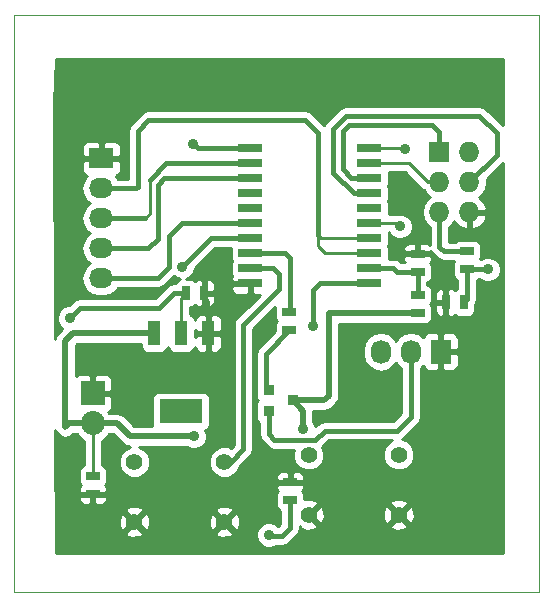
<source format=gbr>
%FSLAX46Y46*%
G04 Gerber Fmt 4.6, Leading zero omitted, Abs format (unit mm)*
G04 Created by KiCad (PCBNEW (2014-07-24 BZR 5026)-product) date 7/26/2014 10:42:35 PM*
%MOMM*%
G01*
G04 APERTURE LIST*
%ADD10C,0.100000*%
%ADD11R,1.143000X0.635000*%
%ADD12R,0.635000X1.143000*%
%ADD13R,2.032000X0.660400*%
%ADD14R,1.727200X2.032000*%
%ADD15O,1.727200X2.032000*%
%ADD16R,2.032000X2.032000*%
%ADD17O,2.032000X2.032000*%
%ADD18R,2.032000X1.727200*%
%ADD19O,2.032000X1.727200*%
%ADD20R,1.727200X1.727200*%
%ADD21O,1.727200X1.727200*%
%ADD22R,0.914400X0.914400*%
%ADD23R,3.657600X2.032000*%
%ADD24R,1.016000X2.032000*%
%ADD25C,1.397000*%
%ADD26C,0.889000*%
%ADD27C,0.508000*%
%ADD28C,0.254000*%
%ADD29C,0.381000*%
G04 APERTURE END LIST*
D10*
X73624440Y-30480000D02*
X73624440Y-79319120D01*
X118074440Y-30480000D02*
X73624440Y-30480000D01*
X118074440Y-79319120D02*
X118074440Y-30480000D01*
X73624440Y-79319120D02*
X118074440Y-79319120D01*
D11*
X80314800Y-69509640D03*
X80314800Y-71033640D03*
D12*
X111724440Y-54808120D03*
X110200440Y-54808120D03*
X88209120Y-54010560D03*
X89733120Y-54010560D03*
D13*
X93665040Y-41757600D03*
X93665040Y-43027600D03*
X93665040Y-44297600D03*
X93665040Y-45567600D03*
X93665040Y-46837600D03*
X93665040Y-48107600D03*
X93665040Y-49377600D03*
X93665040Y-50647600D03*
X103723440Y-50647600D03*
X103723440Y-49377600D03*
X103723440Y-48107600D03*
X103723440Y-46837600D03*
X103723440Y-45567600D03*
X103723440Y-44297600D03*
X103723440Y-43027600D03*
X103723440Y-41757600D03*
X93665040Y-51917600D03*
X93665040Y-53187600D03*
X103723440Y-51917600D03*
X103723440Y-53187600D03*
D14*
X109783880Y-58983880D03*
D15*
X107243880Y-58983880D03*
X104703880Y-58983880D03*
D16*
X80314800Y-62499240D03*
D17*
X80314800Y-65039240D03*
D18*
X81026000Y-42611040D03*
D19*
X81026000Y-45151040D03*
X81026000Y-47691040D03*
X81026000Y-50231040D03*
X81026000Y-52771040D03*
D20*
X109661960Y-42082720D03*
D21*
X112201960Y-42082720D03*
X109661960Y-44622720D03*
X112201960Y-44622720D03*
X109661960Y-47162720D03*
X112201960Y-47162720D03*
D22*
X95214440Y-63997840D03*
X95214440Y-62219840D03*
X97246440Y-63108840D03*
D11*
X97028000Y-71567040D03*
X97028000Y-70043040D03*
X111978440Y-52014120D03*
X111978440Y-50490120D03*
X107812840Y-54193440D03*
X107812840Y-55717440D03*
X107812840Y-50688240D03*
X107812840Y-52212240D03*
X96951800Y-57165240D03*
X96951800Y-55641240D03*
D23*
X87797640Y-64018160D03*
D24*
X87797640Y-57414160D03*
X85511640Y-57414160D03*
X90083640Y-57414160D03*
D25*
X98592640Y-67696080D03*
X98592640Y-72776080D03*
X106212640Y-67696080D03*
X106212640Y-72776080D03*
X83845400Y-68305680D03*
X83845400Y-73385680D03*
X91465400Y-68305680D03*
X91465400Y-73385680D03*
D26*
X98094800Y-65562480D03*
X88874600Y-66156840D03*
X106756200Y-41798240D03*
X78353920Y-56134000D03*
X113756440Y-52014120D03*
X87909400Y-51775360D03*
X95224600Y-74488040D03*
X88839040Y-41356280D03*
X106324400Y-48366680D03*
X98983800Y-56809640D03*
D27*
X78298040Y-65039240D02*
X80314800Y-65039240D01*
X77978000Y-65359280D02*
X78298040Y-65039240D01*
X77978000Y-58044080D02*
X77978000Y-65359280D01*
X78607920Y-57414160D02*
X77978000Y-58044080D01*
X85511640Y-57414160D02*
X78607920Y-57414160D01*
D28*
X80314800Y-65039240D02*
X80314800Y-69509640D01*
D27*
X98094800Y-63957200D02*
X97246440Y-63108840D01*
X80314800Y-65039240D02*
X82382360Y-65039240D01*
X83459320Y-66116200D02*
X88874600Y-66156840D01*
X82382360Y-65039240D02*
X83459320Y-66116200D01*
X98094800Y-65562480D02*
X98094800Y-63957200D01*
X100304600Y-55717440D02*
X107812840Y-55717440D01*
X100304600Y-62727840D02*
X100304600Y-55717440D01*
X99923600Y-63108840D02*
X100304600Y-62727840D01*
X97246440Y-63108840D02*
X99923600Y-63108840D01*
D28*
X107772200Y-50916840D02*
X107797600Y-50891440D01*
X90083640Y-54681120D02*
X90083640Y-57414160D01*
X89733120Y-54330600D02*
X90083640Y-54681120D01*
X89733120Y-54010560D02*
X89733120Y-54330600D01*
X106715560Y-41757600D02*
X106756200Y-41798240D01*
X103723440Y-41757600D02*
X106715560Y-41757600D01*
X87797640Y-54422040D02*
X88209120Y-54010560D01*
X87797640Y-57414160D02*
X87797640Y-54422040D01*
D29*
X87182960Y-54010560D02*
X88209120Y-54010560D01*
X85897720Y-55295800D02*
X87182960Y-54010560D01*
X79192120Y-55295800D02*
X85897720Y-55295800D01*
X78353920Y-56134000D02*
X79192120Y-55295800D01*
X111597440Y-54681120D02*
X111724440Y-54808120D01*
X113756440Y-52014120D02*
X111978440Y-52014120D01*
X111978440Y-54554120D02*
X111724440Y-54808120D01*
X111978440Y-52014120D02*
X111978440Y-54554120D01*
D28*
X93659960Y-49372520D02*
X93665040Y-49377600D01*
D29*
X87909400Y-51775360D02*
X90312240Y-49372520D01*
X90312240Y-49372520D02*
X93659960Y-49372520D01*
X97028000Y-73903840D02*
X97028000Y-71567040D01*
X96367600Y-74564240D02*
X97028000Y-73903840D01*
X95300800Y-74564240D02*
X96367600Y-74564240D01*
X95224600Y-74488040D02*
X95300800Y-74564240D01*
X89240360Y-41757600D02*
X88839040Y-41356280D01*
X93665040Y-41757600D02*
X89240360Y-41757600D01*
X109661960Y-50078640D02*
X110073440Y-50490120D01*
X110073440Y-50490120D02*
X111978440Y-50490120D01*
X109661960Y-47162720D02*
X109661960Y-50078640D01*
D28*
X84759800Y-47691040D02*
X85166200Y-47284640D01*
X85166200Y-47284640D02*
X85166200Y-44414440D01*
D29*
X85166200Y-44414440D02*
X86553040Y-43027600D01*
X86553040Y-43027600D02*
X93665040Y-43027600D01*
X81026000Y-47691040D02*
X84759800Y-47691040D01*
X86375240Y-44297600D02*
X93665040Y-44297600D01*
X85801200Y-44871640D02*
X86375240Y-44297600D01*
X85801200Y-49443640D02*
X85801200Y-44871640D01*
X85013800Y-50231040D02*
X85801200Y-49443640D01*
X81026000Y-50231040D02*
X85013800Y-50231040D01*
X87838280Y-48107600D02*
X93665040Y-48107600D01*
X86781640Y-49164240D02*
X87838280Y-48107600D01*
X86781640Y-51795680D02*
X86781640Y-49164240D01*
X85806280Y-52771040D02*
X86781640Y-51795680D01*
X81026000Y-52771040D02*
X85806280Y-52771040D01*
D28*
X97028000Y-55565040D02*
X96951800Y-55641240D01*
D29*
X97028000Y-51043840D02*
X97028000Y-55565040D01*
X96631760Y-50647600D02*
X97028000Y-51043840D01*
X93665040Y-50647600D02*
X96631760Y-50647600D01*
D28*
X99390200Y-49123600D02*
X99390200Y-50038000D01*
X99390200Y-50038000D02*
X99999800Y-50647600D01*
X99999800Y-50647600D02*
X103723440Y-50647600D01*
D29*
X99390200Y-40477440D02*
X99390200Y-49123600D01*
X98287840Y-39375080D02*
X99390200Y-40477440D01*
X85029040Y-39375080D02*
X98287840Y-39375080D01*
X84150200Y-40253920D02*
X85029040Y-39375080D01*
X84150200Y-45013880D02*
X84150200Y-40253920D01*
X84013040Y-45151040D02*
X84150200Y-45013880D01*
X81026000Y-45151040D02*
X84013040Y-45151040D01*
D28*
X99644200Y-49377600D02*
X99390200Y-49123600D01*
X103723440Y-49377600D02*
X99644200Y-49377600D01*
X106065320Y-48107600D02*
X106324400Y-48366680D01*
X103723440Y-48107600D02*
X106065320Y-48107600D01*
D29*
X114503200Y-42321480D02*
X112201960Y-44622720D01*
X114503200Y-40452040D02*
X114503200Y-42321480D01*
X113055400Y-39004240D02*
X114503200Y-40452040D01*
X101777800Y-39004240D02*
X113055400Y-39004240D01*
X100660200Y-40121840D02*
X101777800Y-39004240D01*
X100660200Y-43830240D02*
X100660200Y-40121840D01*
X102397560Y-45567600D02*
X100660200Y-43830240D01*
X103723440Y-45567600D02*
X102397560Y-45567600D01*
X102219760Y-44297600D02*
X103723440Y-44297600D01*
X101473000Y-43550840D02*
X102219760Y-44297600D01*
X101473000Y-40274240D02*
X101473000Y-43550840D01*
X101981000Y-39766240D02*
X101473000Y-40274240D01*
X109016800Y-39766240D02*
X101981000Y-39766240D01*
X109661960Y-40411400D02*
X109016800Y-39766240D01*
X109661960Y-42082720D02*
X109661960Y-40411400D01*
D28*
X107076240Y-43027600D02*
X108671360Y-44622720D01*
X108671360Y-44622720D02*
X109661960Y-44622720D01*
X103723440Y-43027600D02*
X107076240Y-43027600D01*
D29*
X93065600Y-67223640D02*
X93065600Y-56713120D01*
X93065600Y-56713120D02*
X96113600Y-53665120D01*
X96113600Y-53665120D02*
X96113600Y-52440840D01*
X96113600Y-52440840D02*
X95590360Y-51917600D01*
X95590360Y-51917600D02*
X93665040Y-51917600D01*
X91983560Y-68305680D02*
X93065600Y-67223640D01*
D28*
X91465400Y-68305680D02*
X91983560Y-68305680D01*
D29*
X106060240Y-52212240D02*
X107812840Y-52212240D01*
X105765600Y-51917600D02*
X106060240Y-52212240D01*
X103723440Y-51917600D02*
X105765600Y-51917600D01*
X107812840Y-52212240D02*
X107812840Y-54193440D01*
X98983800Y-53787040D02*
X98983800Y-56809640D01*
X99583240Y-53187600D02*
X98983800Y-53787040D01*
X103723440Y-53187600D02*
X99583240Y-53187600D01*
X107243880Y-64516000D02*
X106095800Y-65664080D01*
X106095800Y-65664080D02*
X99964240Y-65664080D01*
X99964240Y-65664080D02*
X99166680Y-66461640D01*
X99166680Y-66461640D02*
X95697040Y-66461640D01*
X95697040Y-66461640D02*
X95214440Y-65979040D01*
X95214440Y-65979040D02*
X95214440Y-63997840D01*
X107243880Y-58983880D02*
X107243880Y-64516000D01*
D28*
X95006160Y-62011560D02*
X95214440Y-62219840D01*
X94945200Y-61950600D02*
X95214440Y-62219840D01*
D29*
X94945200Y-59171840D02*
X94945200Y-61950600D01*
X96951800Y-57165240D02*
X94945200Y-59171840D01*
D28*
G36*
X115026440Y-39807846D02*
X113639117Y-38420523D01*
X113371306Y-38241577D01*
X113055400Y-38178740D01*
X101777800Y-38178740D01*
X101461894Y-38241577D01*
X101194083Y-38420523D01*
X100076483Y-39538123D01*
X99897537Y-39805934D01*
X99895643Y-39815450D01*
X98871557Y-38791363D01*
X98603746Y-38612417D01*
X98287840Y-38549580D01*
X85029040Y-38549580D01*
X84713135Y-38612417D01*
X84445323Y-38791363D01*
X84445320Y-38791366D01*
X83566483Y-39670203D01*
X83387537Y-39938014D01*
X83324700Y-40253920D01*
X83324700Y-44325540D01*
X82426882Y-44325540D01*
X82270415Y-44091370D01*
X82248220Y-44076540D01*
X82401699Y-44012967D01*
X82580327Y-43834338D01*
X82677000Y-43600949D01*
X82677000Y-42896790D01*
X82677000Y-42325290D01*
X82677000Y-41621131D01*
X82580327Y-41387742D01*
X82401699Y-41209113D01*
X82168310Y-41112440D01*
X81915691Y-41112440D01*
X81311750Y-41112440D01*
X81153000Y-41271190D01*
X81153000Y-42484040D01*
X82518250Y-42484040D01*
X82677000Y-42325290D01*
X82677000Y-42896790D01*
X82518250Y-42738040D01*
X81153000Y-42738040D01*
X81153000Y-42758040D01*
X80899000Y-42758040D01*
X80899000Y-42738040D01*
X80899000Y-42484040D01*
X80899000Y-41271190D01*
X80740250Y-41112440D01*
X80136309Y-41112440D01*
X79883690Y-41112440D01*
X79650301Y-41209113D01*
X79471673Y-41387742D01*
X79375000Y-41621131D01*
X79375000Y-42325290D01*
X79533750Y-42484040D01*
X80899000Y-42484040D01*
X80899000Y-42738040D01*
X79533750Y-42738040D01*
X79375000Y-42896790D01*
X79375000Y-43600949D01*
X79471673Y-43834338D01*
X79650301Y-44012967D01*
X79803779Y-44076540D01*
X79781585Y-44091370D01*
X79456729Y-44577551D01*
X79342655Y-45151040D01*
X79456729Y-45724529D01*
X79781585Y-46210710D01*
X80096365Y-46421040D01*
X79781585Y-46631370D01*
X79456729Y-47117551D01*
X79342655Y-47691040D01*
X79456729Y-48264529D01*
X79781585Y-48750710D01*
X80096365Y-48961040D01*
X79781585Y-49171370D01*
X79456729Y-49657551D01*
X79342655Y-50231040D01*
X79456729Y-50804529D01*
X79781585Y-51290710D01*
X80096365Y-51501040D01*
X79781585Y-51711370D01*
X79456729Y-52197551D01*
X79342655Y-52771040D01*
X79456729Y-53344529D01*
X79781585Y-53830710D01*
X80267766Y-54155566D01*
X80841255Y-54269640D01*
X81210745Y-54269640D01*
X81784234Y-54155566D01*
X82270415Y-53830710D01*
X82426882Y-53596540D01*
X85806280Y-53596540D01*
X86122185Y-53533703D01*
X86122186Y-53533703D01*
X86389997Y-53354757D01*
X87176048Y-52568704D01*
X87297114Y-52689982D01*
X87668457Y-52844178D01*
X87531922Y-52900733D01*
X87353293Y-53079361D01*
X87309510Y-53185060D01*
X87182965Y-53185060D01*
X87182960Y-53185059D01*
X86867055Y-53247897D01*
X86599243Y-53426843D01*
X85555786Y-54470300D01*
X79192125Y-54470300D01*
X79192120Y-54470299D01*
X78876215Y-54533137D01*
X78608403Y-54712083D01*
X78266063Y-55054422D01*
X78140136Y-55054313D01*
X77743231Y-55218311D01*
X77439298Y-55521714D01*
X77274607Y-55918332D01*
X77274233Y-56347784D01*
X77438231Y-56744689D01*
X77728939Y-57035904D01*
X77349382Y-57415462D01*
X77156671Y-57703874D01*
X77119793Y-57889270D01*
X77053447Y-37919025D01*
X77176277Y-34234120D01*
X115026440Y-34234120D01*
X115026440Y-39807846D01*
X115026440Y-39807846D01*
G37*
X115026440Y-39807846D02*
X113639117Y-38420523D01*
X113371306Y-38241577D01*
X113055400Y-38178740D01*
X101777800Y-38178740D01*
X101461894Y-38241577D01*
X101194083Y-38420523D01*
X100076483Y-39538123D01*
X99897537Y-39805934D01*
X99895643Y-39815450D01*
X98871557Y-38791363D01*
X98603746Y-38612417D01*
X98287840Y-38549580D01*
X85029040Y-38549580D01*
X84713135Y-38612417D01*
X84445323Y-38791363D01*
X84445320Y-38791366D01*
X83566483Y-39670203D01*
X83387537Y-39938014D01*
X83324700Y-40253920D01*
X83324700Y-44325540D01*
X82426882Y-44325540D01*
X82270415Y-44091370D01*
X82248220Y-44076540D01*
X82401699Y-44012967D01*
X82580327Y-43834338D01*
X82677000Y-43600949D01*
X82677000Y-42896790D01*
X82677000Y-42325290D01*
X82677000Y-41621131D01*
X82580327Y-41387742D01*
X82401699Y-41209113D01*
X82168310Y-41112440D01*
X81915691Y-41112440D01*
X81311750Y-41112440D01*
X81153000Y-41271190D01*
X81153000Y-42484040D01*
X82518250Y-42484040D01*
X82677000Y-42325290D01*
X82677000Y-42896790D01*
X82518250Y-42738040D01*
X81153000Y-42738040D01*
X81153000Y-42758040D01*
X80899000Y-42758040D01*
X80899000Y-42738040D01*
X80899000Y-42484040D01*
X80899000Y-41271190D01*
X80740250Y-41112440D01*
X80136309Y-41112440D01*
X79883690Y-41112440D01*
X79650301Y-41209113D01*
X79471673Y-41387742D01*
X79375000Y-41621131D01*
X79375000Y-42325290D01*
X79533750Y-42484040D01*
X80899000Y-42484040D01*
X80899000Y-42738040D01*
X79533750Y-42738040D01*
X79375000Y-42896790D01*
X79375000Y-43600949D01*
X79471673Y-43834338D01*
X79650301Y-44012967D01*
X79803779Y-44076540D01*
X79781585Y-44091370D01*
X79456729Y-44577551D01*
X79342655Y-45151040D01*
X79456729Y-45724529D01*
X79781585Y-46210710D01*
X80096365Y-46421040D01*
X79781585Y-46631370D01*
X79456729Y-47117551D01*
X79342655Y-47691040D01*
X79456729Y-48264529D01*
X79781585Y-48750710D01*
X80096365Y-48961040D01*
X79781585Y-49171370D01*
X79456729Y-49657551D01*
X79342655Y-50231040D01*
X79456729Y-50804529D01*
X79781585Y-51290710D01*
X80096365Y-51501040D01*
X79781585Y-51711370D01*
X79456729Y-52197551D01*
X79342655Y-52771040D01*
X79456729Y-53344529D01*
X79781585Y-53830710D01*
X80267766Y-54155566D01*
X80841255Y-54269640D01*
X81210745Y-54269640D01*
X81784234Y-54155566D01*
X82270415Y-53830710D01*
X82426882Y-53596540D01*
X85806280Y-53596540D01*
X86122185Y-53533703D01*
X86122186Y-53533703D01*
X86389997Y-53354757D01*
X87176048Y-52568704D01*
X87297114Y-52689982D01*
X87668457Y-52844178D01*
X87531922Y-52900733D01*
X87353293Y-53079361D01*
X87309510Y-53185060D01*
X87182965Y-53185060D01*
X87182960Y-53185059D01*
X86867055Y-53247897D01*
X86599243Y-53426843D01*
X85555786Y-54470300D01*
X79192125Y-54470300D01*
X79192120Y-54470299D01*
X78876215Y-54533137D01*
X78608403Y-54712083D01*
X78266063Y-55054422D01*
X78140136Y-55054313D01*
X77743231Y-55218311D01*
X77439298Y-55521714D01*
X77274607Y-55918332D01*
X77274233Y-56347784D01*
X77438231Y-56744689D01*
X77728939Y-57035904D01*
X77349382Y-57415462D01*
X77156671Y-57703874D01*
X77119793Y-57889270D01*
X77053447Y-37919025D01*
X77176277Y-34234120D01*
X115026440Y-34234120D01*
X115026440Y-39807846D01*
G36*
X115026440Y-76017120D02*
X111282480Y-76017120D01*
X111282480Y-60126190D01*
X111282480Y-59873571D01*
X111282480Y-59269630D01*
X111282480Y-58698130D01*
X111282480Y-58094189D01*
X111282480Y-57841570D01*
X111185807Y-57608181D01*
X111007178Y-57429553D01*
X110773789Y-57332880D01*
X110073440Y-57332880D01*
X110073440Y-55855870D01*
X110073440Y-54935120D01*
X110073440Y-54681120D01*
X110073440Y-53760370D01*
X109914690Y-53601620D01*
X109756631Y-53601620D01*
X109523242Y-53698293D01*
X109344613Y-53876921D01*
X109247940Y-54110310D01*
X109247940Y-54362929D01*
X109247940Y-54522370D01*
X109406690Y-54681120D01*
X110073440Y-54681120D01*
X110073440Y-54935120D01*
X109406690Y-54935120D01*
X109247940Y-55093870D01*
X109247940Y-55253311D01*
X109247940Y-55505930D01*
X109344613Y-55739319D01*
X109523242Y-55917947D01*
X109756631Y-56014620D01*
X109914690Y-56014620D01*
X110073440Y-55855870D01*
X110073440Y-57332880D01*
X110069630Y-57332880D01*
X109910880Y-57491630D01*
X109910880Y-58856880D01*
X111123730Y-58856880D01*
X111282480Y-58698130D01*
X111282480Y-59269630D01*
X111123730Y-59110880D01*
X109910880Y-59110880D01*
X109910880Y-60476130D01*
X110069630Y-60634880D01*
X110773789Y-60634880D01*
X111007178Y-60538207D01*
X111185807Y-60359579D01*
X111282480Y-60126190D01*
X111282480Y-76017120D01*
X107558567Y-76017120D01*
X107558567Y-72968600D01*
X107529788Y-72438881D01*
X107382440Y-72083151D01*
X107146828Y-72021497D01*
X106967223Y-72201102D01*
X106967223Y-71841892D01*
X106905569Y-71606280D01*
X106405160Y-71430153D01*
X105875441Y-71458932D01*
X105519711Y-71606280D01*
X105458057Y-71841892D01*
X106212640Y-72596475D01*
X106967223Y-71841892D01*
X106967223Y-72201102D01*
X106392245Y-72776080D01*
X107146828Y-73530663D01*
X107382440Y-73469009D01*
X107558567Y-72968600D01*
X107558567Y-76017120D01*
X106967223Y-76017120D01*
X106967223Y-73710268D01*
X106212640Y-72955685D01*
X106033035Y-73135290D01*
X106033035Y-72776080D01*
X105278452Y-72021497D01*
X105042840Y-72083151D01*
X104866713Y-72583560D01*
X104895492Y-73113279D01*
X105042840Y-73469009D01*
X105278452Y-73530663D01*
X106033035Y-72776080D01*
X106033035Y-73135290D01*
X105458057Y-73710268D01*
X105519711Y-73945880D01*
X106020120Y-74122007D01*
X106549839Y-74093228D01*
X106905569Y-73945880D01*
X106967223Y-73710268D01*
X106967223Y-76017120D01*
X99938567Y-76017120D01*
X99938567Y-72968600D01*
X99909788Y-72438881D01*
X99762440Y-72083151D01*
X99526828Y-72021497D01*
X98772245Y-72776080D01*
X99526828Y-73530663D01*
X99762440Y-73469009D01*
X99938567Y-72968600D01*
X99938567Y-76017120D01*
X99347223Y-76017120D01*
X99347223Y-73710268D01*
X98592640Y-72955685D01*
X98578497Y-72969827D01*
X98398892Y-72790222D01*
X98413035Y-72776080D01*
X98398892Y-72761937D01*
X98578497Y-72582332D01*
X98592640Y-72596475D01*
X99347223Y-71841892D01*
X99285569Y-71606280D01*
X98785160Y-71430153D01*
X98255441Y-71458932D01*
X98234500Y-71467606D01*
X98234500Y-71123231D01*
X98137827Y-70889842D01*
X98053025Y-70805040D01*
X98137827Y-70720238D01*
X98234500Y-70486849D01*
X98234500Y-70328790D01*
X98234500Y-69757290D01*
X98234500Y-69599231D01*
X98137827Y-69365842D01*
X97959199Y-69187213D01*
X97725810Y-69090540D01*
X97473191Y-69090540D01*
X97313750Y-69090540D01*
X97155000Y-69249290D01*
X97155000Y-69916040D01*
X98075750Y-69916040D01*
X98234500Y-69757290D01*
X98234500Y-70328790D01*
X98075750Y-70170040D01*
X97155000Y-70170040D01*
X97155000Y-70190040D01*
X96901000Y-70190040D01*
X96901000Y-70170040D01*
X96901000Y-69916040D01*
X96901000Y-69249290D01*
X96742250Y-69090540D01*
X96582809Y-69090540D01*
X96330190Y-69090540D01*
X96096801Y-69187213D01*
X95918173Y-69365842D01*
X95821500Y-69599231D01*
X95821500Y-69757290D01*
X95980250Y-69916040D01*
X96901000Y-69916040D01*
X96901000Y-70170040D01*
X95980250Y-70170040D01*
X95821500Y-70328790D01*
X95821500Y-70486849D01*
X95918173Y-70720238D01*
X96002974Y-70805039D01*
X95918173Y-70889841D01*
X95821500Y-71123230D01*
X95821500Y-71375849D01*
X95821500Y-72010849D01*
X95918173Y-72244238D01*
X96096801Y-72422867D01*
X96202500Y-72466649D01*
X96202500Y-73561906D01*
X96025666Y-73738740D01*
X96001919Y-73738740D01*
X95836886Y-73573418D01*
X95440268Y-73408727D01*
X95010816Y-73408353D01*
X94613911Y-73572351D01*
X94309978Y-73875754D01*
X94145287Y-74272372D01*
X94144913Y-74701824D01*
X94308911Y-75098729D01*
X94612314Y-75402662D01*
X95008932Y-75567353D01*
X95438384Y-75567727D01*
X95835289Y-75403729D01*
X95849302Y-75389740D01*
X96367600Y-75389740D01*
X96683505Y-75326903D01*
X96683506Y-75326903D01*
X96951317Y-75147957D01*
X97611713Y-74487559D01*
X97611717Y-74487557D01*
X97611717Y-74487556D01*
X97790663Y-74219745D01*
X97853500Y-73903840D01*
X97853501Y-73903840D01*
X97853500Y-73903834D01*
X97853500Y-73769283D01*
X97899711Y-73945880D01*
X98400120Y-74122007D01*
X98929839Y-74093228D01*
X99285569Y-73945880D01*
X99347223Y-73710268D01*
X99347223Y-76017120D01*
X92811327Y-76017120D01*
X92811327Y-73578200D01*
X92782548Y-73048481D01*
X92635200Y-72692751D01*
X92399588Y-72631097D01*
X92219983Y-72810702D01*
X92219983Y-72451492D01*
X92158329Y-72215880D01*
X91657920Y-72039753D01*
X91128201Y-72068532D01*
X90772471Y-72215880D01*
X90710817Y-72451492D01*
X91465400Y-73206075D01*
X92219983Y-72451492D01*
X92219983Y-72810702D01*
X91645005Y-73385680D01*
X92399588Y-74140263D01*
X92635200Y-74078609D01*
X92811327Y-73578200D01*
X92811327Y-76017120D01*
X92219983Y-76017120D01*
X92219983Y-74319868D01*
X91465400Y-73565285D01*
X91285795Y-73744890D01*
X91285795Y-73385680D01*
X90531212Y-72631097D01*
X90295600Y-72692751D01*
X90119473Y-73193160D01*
X90148252Y-73722879D01*
X90295600Y-74078609D01*
X90531212Y-74140263D01*
X91285795Y-73385680D01*
X91285795Y-73744890D01*
X90710817Y-74319868D01*
X90772471Y-74555480D01*
X91272880Y-74731607D01*
X91802599Y-74702828D01*
X92158329Y-74555480D01*
X92219983Y-74319868D01*
X92219983Y-76017120D01*
X85191327Y-76017120D01*
X85191327Y-73578200D01*
X85162548Y-73048481D01*
X85015200Y-72692751D01*
X84779588Y-72631097D01*
X84599983Y-72810702D01*
X84599983Y-72451492D01*
X84538329Y-72215880D01*
X84037920Y-72039753D01*
X83508201Y-72068532D01*
X83152471Y-72215880D01*
X83090817Y-72451492D01*
X83845400Y-73206075D01*
X84599983Y-72451492D01*
X84599983Y-72810702D01*
X84025005Y-73385680D01*
X84779588Y-74140263D01*
X85015200Y-74078609D01*
X85191327Y-73578200D01*
X85191327Y-76017120D01*
X84599983Y-76017120D01*
X84599983Y-74319868D01*
X83845400Y-73565285D01*
X83665795Y-73744890D01*
X83665795Y-73385680D01*
X82911212Y-72631097D01*
X82675600Y-72692751D01*
X82499473Y-73193160D01*
X82528252Y-73722879D01*
X82675600Y-74078609D01*
X82911212Y-74140263D01*
X83665795Y-73385680D01*
X83665795Y-73744890D01*
X83090817Y-74319868D01*
X83152471Y-74555480D01*
X83652880Y-74731607D01*
X84182599Y-74702828D01*
X84538329Y-74555480D01*
X84599983Y-74319868D01*
X84599983Y-76017120D01*
X81521300Y-76017120D01*
X81521300Y-71477449D01*
X81521300Y-71319390D01*
X81362550Y-71160640D01*
X80441800Y-71160640D01*
X80441800Y-71827390D01*
X80600550Y-71986140D01*
X80759991Y-71986140D01*
X81012610Y-71986140D01*
X81245999Y-71889467D01*
X81424627Y-71710838D01*
X81521300Y-71477449D01*
X81521300Y-76017120D01*
X80187800Y-76017120D01*
X80187800Y-71827390D01*
X80187800Y-71160640D01*
X79267050Y-71160640D01*
X79108300Y-71319390D01*
X79108300Y-71477449D01*
X79204973Y-71710838D01*
X79383601Y-71889467D01*
X79616990Y-71986140D01*
X79869609Y-71986140D01*
X80029050Y-71986140D01*
X80187800Y-71827390D01*
X80187800Y-76017120D01*
X77180019Y-76017120D01*
X77145555Y-65643604D01*
X77156671Y-65699486D01*
X77349382Y-65987898D01*
X77637794Y-66180609D01*
X77637795Y-66180609D01*
X77978000Y-66248280D01*
X78318205Y-66180609D01*
X78318206Y-66180609D01*
X78606618Y-65987898D01*
X78666276Y-65928240D01*
X78939711Y-65928240D01*
X79147367Y-66239018D01*
X79552800Y-66509919D01*
X79552800Y-68583728D01*
X79383602Y-68653813D01*
X79204973Y-68832441D01*
X79108300Y-69065830D01*
X79108300Y-69318449D01*
X79108300Y-69953449D01*
X79204973Y-70186838D01*
X79289774Y-70271640D01*
X79204973Y-70356442D01*
X79108300Y-70589831D01*
X79108300Y-70747890D01*
X79267050Y-70906640D01*
X80187800Y-70906640D01*
X80187800Y-70886640D01*
X80441800Y-70886640D01*
X80441800Y-70906640D01*
X81362550Y-70906640D01*
X81521300Y-70747890D01*
X81521300Y-70589831D01*
X81424627Y-70356442D01*
X81339825Y-70271640D01*
X81424627Y-70186839D01*
X81521300Y-69953450D01*
X81521300Y-69700831D01*
X81521300Y-69065831D01*
X81424627Y-68832442D01*
X81245999Y-68653813D01*
X81076800Y-68583728D01*
X81076800Y-66509919D01*
X81482233Y-66239018D01*
X81689888Y-65928240D01*
X82014124Y-65928240D01*
X82830702Y-66744818D01*
X82972165Y-66839341D01*
X83112960Y-66934953D01*
X83116288Y-66935641D01*
X83119114Y-66937529D01*
X83286001Y-66970724D01*
X83452649Y-67005175D01*
X83500040Y-67005530D01*
X83091020Y-67174534D01*
X82715573Y-67549327D01*
X82512132Y-68039267D01*
X82511669Y-68569766D01*
X82714254Y-69060060D01*
X83089047Y-69435507D01*
X83578987Y-69638948D01*
X84109486Y-69639411D01*
X84599780Y-69436826D01*
X84975227Y-69062033D01*
X85178668Y-68572093D01*
X85179131Y-68041594D01*
X84976546Y-67551300D01*
X84601753Y-67175853D01*
X84204299Y-67010815D01*
X88231947Y-67041042D01*
X88262314Y-67071462D01*
X88658932Y-67236153D01*
X89088384Y-67236527D01*
X89485289Y-67072529D01*
X89789222Y-66769126D01*
X89953913Y-66372508D01*
X89954287Y-65943056D01*
X89828201Y-65637906D01*
X89986138Y-65572487D01*
X90164767Y-65393859D01*
X90261440Y-65160470D01*
X90261440Y-64907851D01*
X90261440Y-62875851D01*
X90164767Y-62642462D01*
X89986139Y-62463833D01*
X89752750Y-62367160D01*
X89500131Y-62367160D01*
X85842531Y-62367160D01*
X85609142Y-62463833D01*
X85430513Y-62642461D01*
X85333840Y-62875850D01*
X85333840Y-63128469D01*
X85333840Y-65160469D01*
X85367401Y-65241494D01*
X83830315Y-65229959D01*
X83010978Y-64410622D01*
X82722566Y-64217911D01*
X82382360Y-64150240D01*
X81689888Y-64150240D01*
X81639428Y-64074721D01*
X81690499Y-64053567D01*
X81869127Y-63874938D01*
X81965800Y-63641549D01*
X81965800Y-62784990D01*
X81965800Y-62213490D01*
X81965800Y-61356931D01*
X81869127Y-61123542D01*
X81690499Y-60944913D01*
X81457110Y-60848240D01*
X81204491Y-60848240D01*
X80600550Y-60848240D01*
X80441800Y-61006990D01*
X80441800Y-62372240D01*
X81807050Y-62372240D01*
X81965800Y-62213490D01*
X81965800Y-62784990D01*
X81807050Y-62626240D01*
X80441800Y-62626240D01*
X80441800Y-62646240D01*
X80187800Y-62646240D01*
X80187800Y-62626240D01*
X80167800Y-62626240D01*
X80167800Y-62372240D01*
X80187800Y-62372240D01*
X80187800Y-61006990D01*
X80029050Y-60848240D01*
X79425109Y-60848240D01*
X79172490Y-60848240D01*
X78939101Y-60944913D01*
X78867000Y-61017014D01*
X78867000Y-58412316D01*
X78976156Y-58303160D01*
X84368640Y-58303160D01*
X84368640Y-58556469D01*
X84465313Y-58789858D01*
X84643941Y-58968487D01*
X84877330Y-59065160D01*
X85129949Y-59065160D01*
X86145949Y-59065160D01*
X86379338Y-58968487D01*
X86557967Y-58789859D01*
X86654640Y-58556470D01*
X86751313Y-58789858D01*
X86929941Y-58968487D01*
X87163330Y-59065160D01*
X87415949Y-59065160D01*
X88431949Y-59065160D01*
X88665338Y-58968487D01*
X88843967Y-58789859D01*
X88940640Y-58556470D01*
X89037313Y-58789859D01*
X89215942Y-58968487D01*
X89449331Y-59065160D01*
X89797890Y-59065160D01*
X89956640Y-58906410D01*
X89956640Y-57541160D01*
X89099390Y-57541160D01*
X88940640Y-57699910D01*
X88940640Y-57128410D01*
X89099390Y-57287160D01*
X89956640Y-57287160D01*
X89956640Y-55921910D01*
X89797890Y-55763160D01*
X89449331Y-55763160D01*
X89215942Y-55859833D01*
X89037313Y-56038461D01*
X88940640Y-56271850D01*
X88940640Y-56271851D01*
X88843967Y-56038462D01*
X88665339Y-55859833D01*
X88559640Y-55816050D01*
X88559640Y-55217060D01*
X88652929Y-55217060D01*
X88886318Y-55120387D01*
X88971120Y-55035585D01*
X89055922Y-55120387D01*
X89289311Y-55217060D01*
X89447370Y-55217060D01*
X89606120Y-55058310D01*
X89606120Y-54137560D01*
X89586120Y-54137560D01*
X89586120Y-53883560D01*
X89606120Y-53883560D01*
X89606120Y-52962810D01*
X89447370Y-52804060D01*
X89289311Y-52804060D01*
X89055922Y-52900733D01*
X88971120Y-52985534D01*
X88886319Y-52900733D01*
X88652930Y-52804060D01*
X88400311Y-52804060D01*
X88246581Y-52804060D01*
X88520089Y-52691049D01*
X88824022Y-52387646D01*
X88988713Y-51991028D01*
X88988824Y-51863369D01*
X90654174Y-50198020D01*
X92014040Y-50198020D01*
X92014040Y-50443709D01*
X92014040Y-51104109D01*
X92087973Y-51282599D01*
X92014040Y-51461090D01*
X92014040Y-51713709D01*
X92014040Y-52374109D01*
X92087973Y-52552600D01*
X92014040Y-52731091D01*
X92014040Y-52901850D01*
X92172790Y-53060600D01*
X93538040Y-53060600D01*
X93538040Y-53040600D01*
X93792040Y-53040600D01*
X93792040Y-53060600D01*
X93812040Y-53060600D01*
X93812040Y-53314600D01*
X93792040Y-53314600D01*
X93792040Y-53994050D01*
X93950790Y-54152800D01*
X94458486Y-54152800D01*
X93538040Y-55073246D01*
X93538040Y-53994050D01*
X93538040Y-53314600D01*
X92172790Y-53314600D01*
X92014040Y-53473350D01*
X92014040Y-53644109D01*
X92110713Y-53877498D01*
X92289341Y-54056127D01*
X92522730Y-54152800D01*
X92775349Y-54152800D01*
X93379290Y-54152800D01*
X93538040Y-53994050D01*
X93538040Y-55073246D01*
X92481883Y-56129403D01*
X92302937Y-56397214D01*
X92240100Y-56713120D01*
X92240100Y-66881706D01*
X92026874Y-67094932D01*
X91731813Y-66972412D01*
X91226640Y-66971971D01*
X91226640Y-58556470D01*
X91226640Y-58303851D01*
X91226640Y-57699910D01*
X91226640Y-57128410D01*
X91226640Y-56524469D01*
X91226640Y-56271850D01*
X91129967Y-56038461D01*
X90951338Y-55859833D01*
X90717949Y-55763160D01*
X90685620Y-55763160D01*
X90685620Y-54708370D01*
X90685620Y-54455751D01*
X90685620Y-54296310D01*
X90685620Y-53724810D01*
X90685620Y-53565369D01*
X90685620Y-53312750D01*
X90588947Y-53079361D01*
X90410318Y-52900733D01*
X90176929Y-52804060D01*
X90018870Y-52804060D01*
X89860120Y-52962810D01*
X89860120Y-53883560D01*
X90526870Y-53883560D01*
X90685620Y-53724810D01*
X90685620Y-54296310D01*
X90526870Y-54137560D01*
X89860120Y-54137560D01*
X89860120Y-55058310D01*
X90018870Y-55217060D01*
X90176929Y-55217060D01*
X90410318Y-55120387D01*
X90588947Y-54941759D01*
X90685620Y-54708370D01*
X90685620Y-55763160D01*
X90369390Y-55763160D01*
X90210640Y-55921910D01*
X90210640Y-57287160D01*
X91067890Y-57287160D01*
X91226640Y-57128410D01*
X91226640Y-57699910D01*
X91067890Y-57541160D01*
X90210640Y-57541160D01*
X90210640Y-58906410D01*
X90369390Y-59065160D01*
X90717949Y-59065160D01*
X90951338Y-58968487D01*
X91129967Y-58789859D01*
X91226640Y-58556470D01*
X91226640Y-66971971D01*
X91201314Y-66971949D01*
X90711020Y-67174534D01*
X90335573Y-67549327D01*
X90132132Y-68039267D01*
X90131669Y-68569766D01*
X90334254Y-69060060D01*
X90709047Y-69435507D01*
X91198987Y-69638948D01*
X91729486Y-69639411D01*
X92219780Y-69436826D01*
X92595227Y-69062033D01*
X92737661Y-68719011D01*
X93649313Y-67807359D01*
X93649317Y-67807357D01*
X93649317Y-67807356D01*
X93828263Y-67539545D01*
X93891100Y-67223640D01*
X93891101Y-67223640D01*
X93891100Y-67223634D01*
X93891100Y-57055054D01*
X95745300Y-55200854D01*
X95745300Y-55450049D01*
X95745300Y-56085049D01*
X95841973Y-56318438D01*
X95926774Y-56403239D01*
X95841973Y-56488041D01*
X95745300Y-56721430D01*
X95745300Y-56974049D01*
X95745300Y-57204306D01*
X94361483Y-58588123D01*
X94182537Y-58855934D01*
X94119700Y-59171840D01*
X94119700Y-61950600D01*
X94122240Y-61963369D01*
X94122240Y-62803349D01*
X94218913Y-63036738D01*
X94291014Y-63108839D01*
X94218913Y-63180941D01*
X94122240Y-63414330D01*
X94122240Y-63666949D01*
X94122240Y-64581349D01*
X94218913Y-64814738D01*
X94388940Y-64984765D01*
X94388940Y-65979040D01*
X94451777Y-66294946D01*
X94630723Y-66562757D01*
X95113320Y-67045353D01*
X95113323Y-67045357D01*
X95381134Y-67224302D01*
X95381135Y-67224303D01*
X95697040Y-67287140D01*
X97318554Y-67287140D01*
X97259372Y-67429667D01*
X97258909Y-67960166D01*
X97461494Y-68450460D01*
X97836287Y-68825907D01*
X98326227Y-69029348D01*
X98856726Y-69029811D01*
X99347020Y-68827226D01*
X99722467Y-68452433D01*
X99925908Y-67962493D01*
X99926371Y-67431994D01*
X99761873Y-67033880D01*
X100306174Y-66489580D01*
X105640630Y-66489580D01*
X105458260Y-66564934D01*
X105082813Y-66939727D01*
X104879372Y-67429667D01*
X104878909Y-67960166D01*
X105081494Y-68450460D01*
X105456287Y-68825907D01*
X105946227Y-69029348D01*
X106476726Y-69029811D01*
X106967020Y-68827226D01*
X107342467Y-68452433D01*
X107545908Y-67962493D01*
X107546371Y-67431994D01*
X107343786Y-66941700D01*
X106968993Y-66566253D01*
X106496526Y-66370067D01*
X106679517Y-66247797D01*
X107827593Y-65099719D01*
X107827596Y-65099717D01*
X107827597Y-65099717D01*
X107934866Y-64939175D01*
X108006543Y-64831906D01*
X108006543Y-64831905D01*
X108069380Y-64516000D01*
X108069380Y-60384762D01*
X108303550Y-60228295D01*
X108318379Y-60206100D01*
X108381953Y-60359579D01*
X108560582Y-60538207D01*
X108793971Y-60634880D01*
X109498130Y-60634880D01*
X109656880Y-60476130D01*
X109656880Y-59110880D01*
X109636880Y-59110880D01*
X109636880Y-58856880D01*
X109656880Y-58856880D01*
X109656880Y-57491630D01*
X109498130Y-57332880D01*
X108793971Y-57332880D01*
X108560582Y-57429553D01*
X108381953Y-57608181D01*
X108318379Y-57761659D01*
X108303550Y-57739465D01*
X107817369Y-57414609D01*
X107243880Y-57300535D01*
X106670391Y-57414609D01*
X106184210Y-57739465D01*
X105973880Y-58054245D01*
X105763550Y-57739465D01*
X105277369Y-57414609D01*
X104703880Y-57300535D01*
X104130391Y-57414609D01*
X103644210Y-57739465D01*
X103319354Y-58225646D01*
X103205280Y-58799135D01*
X103205280Y-59168625D01*
X103319354Y-59742114D01*
X103644210Y-60228295D01*
X104130391Y-60553151D01*
X104703880Y-60667225D01*
X105277369Y-60553151D01*
X105763550Y-60228295D01*
X105973880Y-59913514D01*
X106184210Y-60228295D01*
X106418380Y-60384762D01*
X106418380Y-64174066D01*
X105753866Y-64838580D01*
X99964240Y-64838580D01*
X99648334Y-64901417D01*
X99380523Y-65080363D01*
X99156272Y-65304613D01*
X99010489Y-64951791D01*
X98983800Y-64925055D01*
X98983800Y-63997840D01*
X99923600Y-63997840D01*
X100263805Y-63930169D01*
X100263806Y-63930169D01*
X100552218Y-63737458D01*
X100933218Y-63356458D01*
X101125929Y-63068046D01*
X101193600Y-62727840D01*
X101193600Y-56606440D01*
X106961727Y-56606440D01*
X107115030Y-56669940D01*
X107367649Y-56669940D01*
X108510649Y-56669940D01*
X108744038Y-56573267D01*
X108922667Y-56394639D01*
X109019340Y-56161250D01*
X109019340Y-55908631D01*
X109019340Y-55273631D01*
X108922667Y-55040242D01*
X108837865Y-54955440D01*
X108922667Y-54870639D01*
X109019340Y-54637250D01*
X109019340Y-54384631D01*
X109019340Y-53749631D01*
X108922667Y-53516242D01*
X108744039Y-53337613D01*
X108638340Y-53293830D01*
X108638340Y-53111848D01*
X108744038Y-53068067D01*
X108922667Y-52889439D01*
X109019340Y-52656050D01*
X109019340Y-52403431D01*
X109019340Y-51768431D01*
X108922667Y-51535042D01*
X108837865Y-51450240D01*
X108922667Y-51365438D01*
X109019340Y-51132049D01*
X109019340Y-50973990D01*
X108860590Y-50815240D01*
X107939840Y-50815240D01*
X107939840Y-50835240D01*
X107685840Y-50835240D01*
X107685840Y-50815240D01*
X107685840Y-50561240D01*
X107685840Y-49894490D01*
X107527090Y-49735740D01*
X107367649Y-49735740D01*
X107115030Y-49735740D01*
X106881641Y-49832413D01*
X106703013Y-50011042D01*
X106606340Y-50244431D01*
X106606340Y-50402490D01*
X106765090Y-50561240D01*
X107685840Y-50561240D01*
X107685840Y-50815240D01*
X106765090Y-50815240D01*
X106606340Y-50973990D01*
X106606340Y-51132049D01*
X106703013Y-51365438D01*
X106724314Y-51386740D01*
X106402174Y-51386740D01*
X106349317Y-51333883D01*
X106081506Y-51154937D01*
X105765600Y-51092100D01*
X105374440Y-51092100D01*
X105374440Y-50851491D01*
X105374440Y-50191091D01*
X105300506Y-50012600D01*
X105374440Y-49834110D01*
X105374440Y-49581491D01*
X105374440Y-48921091D01*
X105353111Y-48869600D01*
X105364181Y-48869600D01*
X105408711Y-48977369D01*
X105712114Y-49281302D01*
X106108732Y-49445993D01*
X106538184Y-49446367D01*
X106935089Y-49282369D01*
X107239022Y-48978966D01*
X107403713Y-48582348D01*
X107404087Y-48152896D01*
X107240089Y-47755991D01*
X106936686Y-47452058D01*
X106540068Y-47287367D01*
X106110616Y-47286993D01*
X105968776Y-47345600D01*
X105353112Y-47345600D01*
X105374440Y-47294110D01*
X105374440Y-47041491D01*
X105374440Y-46381091D01*
X105300506Y-46202600D01*
X105374440Y-46024110D01*
X105374440Y-45771491D01*
X105374440Y-45111091D01*
X105300506Y-44932600D01*
X105374440Y-44754110D01*
X105374440Y-44501491D01*
X105374440Y-43841091D01*
X105353111Y-43789600D01*
X106760609Y-43789600D01*
X108132544Y-45161535D01*
X108132545Y-45161535D01*
X108317001Y-45284785D01*
X108317002Y-45284785D01*
X108602290Y-45711749D01*
X108873132Y-45892720D01*
X108602290Y-46073691D01*
X108277434Y-46559872D01*
X108163360Y-47133361D01*
X108163360Y-47192079D01*
X108277434Y-47765568D01*
X108602290Y-48251749D01*
X108836460Y-48408216D01*
X108836460Y-49924834D01*
X108744039Y-49832413D01*
X108510650Y-49735740D01*
X108258031Y-49735740D01*
X108098590Y-49735740D01*
X107939840Y-49894490D01*
X107939840Y-50561240D01*
X108860590Y-50561240D01*
X108950561Y-50471268D01*
X109078243Y-50662357D01*
X109489720Y-51073833D01*
X109489723Y-51073837D01*
X109489724Y-51073837D01*
X109757535Y-51252783D01*
X110073440Y-51315621D01*
X110073440Y-51315620D01*
X110073445Y-51315620D01*
X110889914Y-51315620D01*
X110868613Y-51336921D01*
X110771940Y-51570310D01*
X110771940Y-51822929D01*
X110771940Y-52457929D01*
X110868613Y-52691318D01*
X111047241Y-52869947D01*
X111152940Y-52913729D01*
X111152940Y-53654511D01*
X111047242Y-53698293D01*
X110962440Y-53783094D01*
X110877638Y-53698293D01*
X110644249Y-53601620D01*
X110486190Y-53601620D01*
X110327440Y-53760370D01*
X110327440Y-54681120D01*
X110347440Y-54681120D01*
X110347440Y-54935120D01*
X110327440Y-54935120D01*
X110327440Y-55855870D01*
X110486190Y-56014620D01*
X110644249Y-56014620D01*
X110877638Y-55917947D01*
X110962439Y-55833145D01*
X111047241Y-55917947D01*
X111280630Y-56014620D01*
X111533249Y-56014620D01*
X112168249Y-56014620D01*
X112401638Y-55917947D01*
X112580267Y-55739319D01*
X112676940Y-55505930D01*
X112676940Y-55253311D01*
X112676940Y-54966051D01*
X112741103Y-54870026D01*
X112741103Y-54870025D01*
X112803940Y-54554120D01*
X112803940Y-52913728D01*
X112909638Y-52869947D01*
X112939965Y-52839620D01*
X113055187Y-52839620D01*
X113144154Y-52928742D01*
X113540772Y-53093433D01*
X113970224Y-53093807D01*
X114367129Y-52929809D01*
X114671062Y-52626406D01*
X114835753Y-52229788D01*
X114836127Y-51800336D01*
X114672129Y-51403431D01*
X114368726Y-51099498D01*
X113972108Y-50934807D01*
X113656928Y-50934532D01*
X113656928Y-47521747D01*
X113536429Y-47289720D01*
X112328960Y-47289720D01*
X112328960Y-48496537D01*
X112560986Y-48617678D01*
X112976907Y-48445408D01*
X113408781Y-48051210D01*
X113656928Y-47521747D01*
X113656928Y-50934532D01*
X113542656Y-50934433D01*
X113145751Y-51098431D01*
X113096391Y-51147704D01*
X113184940Y-50933930D01*
X113184940Y-50681311D01*
X113184940Y-50046311D01*
X113088267Y-49812922D01*
X112909639Y-49634293D01*
X112676250Y-49537620D01*
X112423631Y-49537620D01*
X111280631Y-49537620D01*
X111047242Y-49634293D01*
X111016914Y-49664620D01*
X110487460Y-49664620D01*
X110487460Y-48408216D01*
X110721630Y-48251749D01*
X110937623Y-47928491D01*
X110995139Y-48051210D01*
X111427013Y-48445408D01*
X111842934Y-48617678D01*
X112074960Y-48496537D01*
X112074960Y-47289720D01*
X112054960Y-47289720D01*
X112054960Y-47035720D01*
X112074960Y-47035720D01*
X112074960Y-47015720D01*
X112328960Y-47015720D01*
X112328960Y-47035720D01*
X113536429Y-47035720D01*
X113656928Y-46803693D01*
X113408781Y-46274230D01*
X112990799Y-45892712D01*
X113261630Y-45711749D01*
X113586486Y-45225568D01*
X113700560Y-44652079D01*
X113700560Y-44593361D01*
X113650487Y-44341626D01*
X115026440Y-42965674D01*
X115026440Y-76017120D01*
X115026440Y-76017120D01*
G37*
X115026440Y-76017120D02*
X111282480Y-76017120D01*
X111282480Y-60126190D01*
X111282480Y-59873571D01*
X111282480Y-59269630D01*
X111282480Y-58698130D01*
X111282480Y-58094189D01*
X111282480Y-57841570D01*
X111185807Y-57608181D01*
X111007178Y-57429553D01*
X110773789Y-57332880D01*
X110073440Y-57332880D01*
X110073440Y-55855870D01*
X110073440Y-54935120D01*
X110073440Y-54681120D01*
X110073440Y-53760370D01*
X109914690Y-53601620D01*
X109756631Y-53601620D01*
X109523242Y-53698293D01*
X109344613Y-53876921D01*
X109247940Y-54110310D01*
X109247940Y-54362929D01*
X109247940Y-54522370D01*
X109406690Y-54681120D01*
X110073440Y-54681120D01*
X110073440Y-54935120D01*
X109406690Y-54935120D01*
X109247940Y-55093870D01*
X109247940Y-55253311D01*
X109247940Y-55505930D01*
X109344613Y-55739319D01*
X109523242Y-55917947D01*
X109756631Y-56014620D01*
X109914690Y-56014620D01*
X110073440Y-55855870D01*
X110073440Y-57332880D01*
X110069630Y-57332880D01*
X109910880Y-57491630D01*
X109910880Y-58856880D01*
X111123730Y-58856880D01*
X111282480Y-58698130D01*
X111282480Y-59269630D01*
X111123730Y-59110880D01*
X109910880Y-59110880D01*
X109910880Y-60476130D01*
X110069630Y-60634880D01*
X110773789Y-60634880D01*
X111007178Y-60538207D01*
X111185807Y-60359579D01*
X111282480Y-60126190D01*
X111282480Y-76017120D01*
X107558567Y-76017120D01*
X107558567Y-72968600D01*
X107529788Y-72438881D01*
X107382440Y-72083151D01*
X107146828Y-72021497D01*
X106967223Y-72201102D01*
X106967223Y-71841892D01*
X106905569Y-71606280D01*
X106405160Y-71430153D01*
X105875441Y-71458932D01*
X105519711Y-71606280D01*
X105458057Y-71841892D01*
X106212640Y-72596475D01*
X106967223Y-71841892D01*
X106967223Y-72201102D01*
X106392245Y-72776080D01*
X107146828Y-73530663D01*
X107382440Y-73469009D01*
X107558567Y-72968600D01*
X107558567Y-76017120D01*
X106967223Y-76017120D01*
X106967223Y-73710268D01*
X106212640Y-72955685D01*
X106033035Y-73135290D01*
X106033035Y-72776080D01*
X105278452Y-72021497D01*
X105042840Y-72083151D01*
X104866713Y-72583560D01*
X104895492Y-73113279D01*
X105042840Y-73469009D01*
X105278452Y-73530663D01*
X106033035Y-72776080D01*
X106033035Y-73135290D01*
X105458057Y-73710268D01*
X105519711Y-73945880D01*
X106020120Y-74122007D01*
X106549839Y-74093228D01*
X106905569Y-73945880D01*
X106967223Y-73710268D01*
X106967223Y-76017120D01*
X99938567Y-76017120D01*
X99938567Y-72968600D01*
X99909788Y-72438881D01*
X99762440Y-72083151D01*
X99526828Y-72021497D01*
X98772245Y-72776080D01*
X99526828Y-73530663D01*
X99762440Y-73469009D01*
X99938567Y-72968600D01*
X99938567Y-76017120D01*
X99347223Y-76017120D01*
X99347223Y-73710268D01*
X98592640Y-72955685D01*
X98578497Y-72969827D01*
X98398892Y-72790222D01*
X98413035Y-72776080D01*
X98398892Y-72761937D01*
X98578497Y-72582332D01*
X98592640Y-72596475D01*
X99347223Y-71841892D01*
X99285569Y-71606280D01*
X98785160Y-71430153D01*
X98255441Y-71458932D01*
X98234500Y-71467606D01*
X98234500Y-71123231D01*
X98137827Y-70889842D01*
X98053025Y-70805040D01*
X98137827Y-70720238D01*
X98234500Y-70486849D01*
X98234500Y-70328790D01*
X98234500Y-69757290D01*
X98234500Y-69599231D01*
X98137827Y-69365842D01*
X97959199Y-69187213D01*
X97725810Y-69090540D01*
X97473191Y-69090540D01*
X97313750Y-69090540D01*
X97155000Y-69249290D01*
X97155000Y-69916040D01*
X98075750Y-69916040D01*
X98234500Y-69757290D01*
X98234500Y-70328790D01*
X98075750Y-70170040D01*
X97155000Y-70170040D01*
X97155000Y-70190040D01*
X96901000Y-70190040D01*
X96901000Y-70170040D01*
X96901000Y-69916040D01*
X96901000Y-69249290D01*
X96742250Y-69090540D01*
X96582809Y-69090540D01*
X96330190Y-69090540D01*
X96096801Y-69187213D01*
X95918173Y-69365842D01*
X95821500Y-69599231D01*
X95821500Y-69757290D01*
X95980250Y-69916040D01*
X96901000Y-69916040D01*
X96901000Y-70170040D01*
X95980250Y-70170040D01*
X95821500Y-70328790D01*
X95821500Y-70486849D01*
X95918173Y-70720238D01*
X96002974Y-70805039D01*
X95918173Y-70889841D01*
X95821500Y-71123230D01*
X95821500Y-71375849D01*
X95821500Y-72010849D01*
X95918173Y-72244238D01*
X96096801Y-72422867D01*
X96202500Y-72466649D01*
X96202500Y-73561906D01*
X96025666Y-73738740D01*
X96001919Y-73738740D01*
X95836886Y-73573418D01*
X95440268Y-73408727D01*
X95010816Y-73408353D01*
X94613911Y-73572351D01*
X94309978Y-73875754D01*
X94145287Y-74272372D01*
X94144913Y-74701824D01*
X94308911Y-75098729D01*
X94612314Y-75402662D01*
X95008932Y-75567353D01*
X95438384Y-75567727D01*
X95835289Y-75403729D01*
X95849302Y-75389740D01*
X96367600Y-75389740D01*
X96683505Y-75326903D01*
X96683506Y-75326903D01*
X96951317Y-75147957D01*
X97611713Y-74487559D01*
X97611717Y-74487557D01*
X97611717Y-74487556D01*
X97790663Y-74219745D01*
X97853500Y-73903840D01*
X97853501Y-73903840D01*
X97853500Y-73903834D01*
X97853500Y-73769283D01*
X97899711Y-73945880D01*
X98400120Y-74122007D01*
X98929839Y-74093228D01*
X99285569Y-73945880D01*
X99347223Y-73710268D01*
X99347223Y-76017120D01*
X92811327Y-76017120D01*
X92811327Y-73578200D01*
X92782548Y-73048481D01*
X92635200Y-72692751D01*
X92399588Y-72631097D01*
X92219983Y-72810702D01*
X92219983Y-72451492D01*
X92158329Y-72215880D01*
X91657920Y-72039753D01*
X91128201Y-72068532D01*
X90772471Y-72215880D01*
X90710817Y-72451492D01*
X91465400Y-73206075D01*
X92219983Y-72451492D01*
X92219983Y-72810702D01*
X91645005Y-73385680D01*
X92399588Y-74140263D01*
X92635200Y-74078609D01*
X92811327Y-73578200D01*
X92811327Y-76017120D01*
X92219983Y-76017120D01*
X92219983Y-74319868D01*
X91465400Y-73565285D01*
X91285795Y-73744890D01*
X91285795Y-73385680D01*
X90531212Y-72631097D01*
X90295600Y-72692751D01*
X90119473Y-73193160D01*
X90148252Y-73722879D01*
X90295600Y-74078609D01*
X90531212Y-74140263D01*
X91285795Y-73385680D01*
X91285795Y-73744890D01*
X90710817Y-74319868D01*
X90772471Y-74555480D01*
X91272880Y-74731607D01*
X91802599Y-74702828D01*
X92158329Y-74555480D01*
X92219983Y-74319868D01*
X92219983Y-76017120D01*
X85191327Y-76017120D01*
X85191327Y-73578200D01*
X85162548Y-73048481D01*
X85015200Y-72692751D01*
X84779588Y-72631097D01*
X84599983Y-72810702D01*
X84599983Y-72451492D01*
X84538329Y-72215880D01*
X84037920Y-72039753D01*
X83508201Y-72068532D01*
X83152471Y-72215880D01*
X83090817Y-72451492D01*
X83845400Y-73206075D01*
X84599983Y-72451492D01*
X84599983Y-72810702D01*
X84025005Y-73385680D01*
X84779588Y-74140263D01*
X85015200Y-74078609D01*
X85191327Y-73578200D01*
X85191327Y-76017120D01*
X84599983Y-76017120D01*
X84599983Y-74319868D01*
X83845400Y-73565285D01*
X83665795Y-73744890D01*
X83665795Y-73385680D01*
X82911212Y-72631097D01*
X82675600Y-72692751D01*
X82499473Y-73193160D01*
X82528252Y-73722879D01*
X82675600Y-74078609D01*
X82911212Y-74140263D01*
X83665795Y-73385680D01*
X83665795Y-73744890D01*
X83090817Y-74319868D01*
X83152471Y-74555480D01*
X83652880Y-74731607D01*
X84182599Y-74702828D01*
X84538329Y-74555480D01*
X84599983Y-74319868D01*
X84599983Y-76017120D01*
X81521300Y-76017120D01*
X81521300Y-71477449D01*
X81521300Y-71319390D01*
X81362550Y-71160640D01*
X80441800Y-71160640D01*
X80441800Y-71827390D01*
X80600550Y-71986140D01*
X80759991Y-71986140D01*
X81012610Y-71986140D01*
X81245999Y-71889467D01*
X81424627Y-71710838D01*
X81521300Y-71477449D01*
X81521300Y-76017120D01*
X80187800Y-76017120D01*
X80187800Y-71827390D01*
X80187800Y-71160640D01*
X79267050Y-71160640D01*
X79108300Y-71319390D01*
X79108300Y-71477449D01*
X79204973Y-71710838D01*
X79383601Y-71889467D01*
X79616990Y-71986140D01*
X79869609Y-71986140D01*
X80029050Y-71986140D01*
X80187800Y-71827390D01*
X80187800Y-76017120D01*
X77180019Y-76017120D01*
X77145555Y-65643604D01*
X77156671Y-65699486D01*
X77349382Y-65987898D01*
X77637794Y-66180609D01*
X77637795Y-66180609D01*
X77978000Y-66248280D01*
X78318205Y-66180609D01*
X78318206Y-66180609D01*
X78606618Y-65987898D01*
X78666276Y-65928240D01*
X78939711Y-65928240D01*
X79147367Y-66239018D01*
X79552800Y-66509919D01*
X79552800Y-68583728D01*
X79383602Y-68653813D01*
X79204973Y-68832441D01*
X79108300Y-69065830D01*
X79108300Y-69318449D01*
X79108300Y-69953449D01*
X79204973Y-70186838D01*
X79289774Y-70271640D01*
X79204973Y-70356442D01*
X79108300Y-70589831D01*
X79108300Y-70747890D01*
X79267050Y-70906640D01*
X80187800Y-70906640D01*
X80187800Y-70886640D01*
X80441800Y-70886640D01*
X80441800Y-70906640D01*
X81362550Y-70906640D01*
X81521300Y-70747890D01*
X81521300Y-70589831D01*
X81424627Y-70356442D01*
X81339825Y-70271640D01*
X81424627Y-70186839D01*
X81521300Y-69953450D01*
X81521300Y-69700831D01*
X81521300Y-69065831D01*
X81424627Y-68832442D01*
X81245999Y-68653813D01*
X81076800Y-68583728D01*
X81076800Y-66509919D01*
X81482233Y-66239018D01*
X81689888Y-65928240D01*
X82014124Y-65928240D01*
X82830702Y-66744818D01*
X82972165Y-66839341D01*
X83112960Y-66934953D01*
X83116288Y-66935641D01*
X83119114Y-66937529D01*
X83286001Y-66970724D01*
X83452649Y-67005175D01*
X83500040Y-67005530D01*
X83091020Y-67174534D01*
X82715573Y-67549327D01*
X82512132Y-68039267D01*
X82511669Y-68569766D01*
X82714254Y-69060060D01*
X83089047Y-69435507D01*
X83578987Y-69638948D01*
X84109486Y-69639411D01*
X84599780Y-69436826D01*
X84975227Y-69062033D01*
X85178668Y-68572093D01*
X85179131Y-68041594D01*
X84976546Y-67551300D01*
X84601753Y-67175853D01*
X84204299Y-67010815D01*
X88231947Y-67041042D01*
X88262314Y-67071462D01*
X88658932Y-67236153D01*
X89088384Y-67236527D01*
X89485289Y-67072529D01*
X89789222Y-66769126D01*
X89953913Y-66372508D01*
X89954287Y-65943056D01*
X89828201Y-65637906D01*
X89986138Y-65572487D01*
X90164767Y-65393859D01*
X90261440Y-65160470D01*
X90261440Y-64907851D01*
X90261440Y-62875851D01*
X90164767Y-62642462D01*
X89986139Y-62463833D01*
X89752750Y-62367160D01*
X89500131Y-62367160D01*
X85842531Y-62367160D01*
X85609142Y-62463833D01*
X85430513Y-62642461D01*
X85333840Y-62875850D01*
X85333840Y-63128469D01*
X85333840Y-65160469D01*
X85367401Y-65241494D01*
X83830315Y-65229959D01*
X83010978Y-64410622D01*
X82722566Y-64217911D01*
X82382360Y-64150240D01*
X81689888Y-64150240D01*
X81639428Y-64074721D01*
X81690499Y-64053567D01*
X81869127Y-63874938D01*
X81965800Y-63641549D01*
X81965800Y-62784990D01*
X81965800Y-62213490D01*
X81965800Y-61356931D01*
X81869127Y-61123542D01*
X81690499Y-60944913D01*
X81457110Y-60848240D01*
X81204491Y-60848240D01*
X80600550Y-60848240D01*
X80441800Y-61006990D01*
X80441800Y-62372240D01*
X81807050Y-62372240D01*
X81965800Y-62213490D01*
X81965800Y-62784990D01*
X81807050Y-62626240D01*
X80441800Y-62626240D01*
X80441800Y-62646240D01*
X80187800Y-62646240D01*
X80187800Y-62626240D01*
X80167800Y-62626240D01*
X80167800Y-62372240D01*
X80187800Y-62372240D01*
X80187800Y-61006990D01*
X80029050Y-60848240D01*
X79425109Y-60848240D01*
X79172490Y-60848240D01*
X78939101Y-60944913D01*
X78867000Y-61017014D01*
X78867000Y-58412316D01*
X78976156Y-58303160D01*
X84368640Y-58303160D01*
X84368640Y-58556469D01*
X84465313Y-58789858D01*
X84643941Y-58968487D01*
X84877330Y-59065160D01*
X85129949Y-59065160D01*
X86145949Y-59065160D01*
X86379338Y-58968487D01*
X86557967Y-58789859D01*
X86654640Y-58556470D01*
X86751313Y-58789858D01*
X86929941Y-58968487D01*
X87163330Y-59065160D01*
X87415949Y-59065160D01*
X88431949Y-59065160D01*
X88665338Y-58968487D01*
X88843967Y-58789859D01*
X88940640Y-58556470D01*
X89037313Y-58789859D01*
X89215942Y-58968487D01*
X89449331Y-59065160D01*
X89797890Y-59065160D01*
X89956640Y-58906410D01*
X89956640Y-57541160D01*
X89099390Y-57541160D01*
X88940640Y-57699910D01*
X88940640Y-57128410D01*
X89099390Y-57287160D01*
X89956640Y-57287160D01*
X89956640Y-55921910D01*
X89797890Y-55763160D01*
X89449331Y-55763160D01*
X89215942Y-55859833D01*
X89037313Y-56038461D01*
X88940640Y-56271850D01*
X88940640Y-56271851D01*
X88843967Y-56038462D01*
X88665339Y-55859833D01*
X88559640Y-55816050D01*
X88559640Y-55217060D01*
X88652929Y-55217060D01*
X88886318Y-55120387D01*
X88971120Y-55035585D01*
X89055922Y-55120387D01*
X89289311Y-55217060D01*
X89447370Y-55217060D01*
X89606120Y-55058310D01*
X89606120Y-54137560D01*
X89586120Y-54137560D01*
X89586120Y-53883560D01*
X89606120Y-53883560D01*
X89606120Y-52962810D01*
X89447370Y-52804060D01*
X89289311Y-52804060D01*
X89055922Y-52900733D01*
X88971120Y-52985534D01*
X88886319Y-52900733D01*
X88652930Y-52804060D01*
X88400311Y-52804060D01*
X88246581Y-52804060D01*
X88520089Y-52691049D01*
X88824022Y-52387646D01*
X88988713Y-51991028D01*
X88988824Y-51863369D01*
X90654174Y-50198020D01*
X92014040Y-50198020D01*
X92014040Y-50443709D01*
X92014040Y-51104109D01*
X92087973Y-51282599D01*
X92014040Y-51461090D01*
X92014040Y-51713709D01*
X92014040Y-52374109D01*
X92087973Y-52552600D01*
X92014040Y-52731091D01*
X92014040Y-52901850D01*
X92172790Y-53060600D01*
X93538040Y-53060600D01*
X93538040Y-53040600D01*
X93792040Y-53040600D01*
X93792040Y-53060600D01*
X93812040Y-53060600D01*
X93812040Y-53314600D01*
X93792040Y-53314600D01*
X93792040Y-53994050D01*
X93950790Y-54152800D01*
X94458486Y-54152800D01*
X93538040Y-55073246D01*
X93538040Y-53994050D01*
X93538040Y-53314600D01*
X92172790Y-53314600D01*
X92014040Y-53473350D01*
X92014040Y-53644109D01*
X92110713Y-53877498D01*
X92289341Y-54056127D01*
X92522730Y-54152800D01*
X92775349Y-54152800D01*
X93379290Y-54152800D01*
X93538040Y-53994050D01*
X93538040Y-55073246D01*
X92481883Y-56129403D01*
X92302937Y-56397214D01*
X92240100Y-56713120D01*
X92240100Y-66881706D01*
X92026874Y-67094932D01*
X91731813Y-66972412D01*
X91226640Y-66971971D01*
X91226640Y-58556470D01*
X91226640Y-58303851D01*
X91226640Y-57699910D01*
X91226640Y-57128410D01*
X91226640Y-56524469D01*
X91226640Y-56271850D01*
X91129967Y-56038461D01*
X90951338Y-55859833D01*
X90717949Y-55763160D01*
X90685620Y-55763160D01*
X90685620Y-54708370D01*
X90685620Y-54455751D01*
X90685620Y-54296310D01*
X90685620Y-53724810D01*
X90685620Y-53565369D01*
X90685620Y-53312750D01*
X90588947Y-53079361D01*
X90410318Y-52900733D01*
X90176929Y-52804060D01*
X90018870Y-52804060D01*
X89860120Y-52962810D01*
X89860120Y-53883560D01*
X90526870Y-53883560D01*
X90685620Y-53724810D01*
X90685620Y-54296310D01*
X90526870Y-54137560D01*
X89860120Y-54137560D01*
X89860120Y-55058310D01*
X90018870Y-55217060D01*
X90176929Y-55217060D01*
X90410318Y-55120387D01*
X90588947Y-54941759D01*
X90685620Y-54708370D01*
X90685620Y-55763160D01*
X90369390Y-55763160D01*
X90210640Y-55921910D01*
X90210640Y-57287160D01*
X91067890Y-57287160D01*
X91226640Y-57128410D01*
X91226640Y-57699910D01*
X91067890Y-57541160D01*
X90210640Y-57541160D01*
X90210640Y-58906410D01*
X90369390Y-59065160D01*
X90717949Y-59065160D01*
X90951338Y-58968487D01*
X91129967Y-58789859D01*
X91226640Y-58556470D01*
X91226640Y-66971971D01*
X91201314Y-66971949D01*
X90711020Y-67174534D01*
X90335573Y-67549327D01*
X90132132Y-68039267D01*
X90131669Y-68569766D01*
X90334254Y-69060060D01*
X90709047Y-69435507D01*
X91198987Y-69638948D01*
X91729486Y-69639411D01*
X92219780Y-69436826D01*
X92595227Y-69062033D01*
X92737661Y-68719011D01*
X93649313Y-67807359D01*
X93649317Y-67807357D01*
X93649317Y-67807356D01*
X93828263Y-67539545D01*
X93891100Y-67223640D01*
X93891101Y-67223640D01*
X93891100Y-67223634D01*
X93891100Y-57055054D01*
X95745300Y-55200854D01*
X95745300Y-55450049D01*
X95745300Y-56085049D01*
X95841973Y-56318438D01*
X95926774Y-56403239D01*
X95841973Y-56488041D01*
X95745300Y-56721430D01*
X95745300Y-56974049D01*
X95745300Y-57204306D01*
X94361483Y-58588123D01*
X94182537Y-58855934D01*
X94119700Y-59171840D01*
X94119700Y-61950600D01*
X94122240Y-61963369D01*
X94122240Y-62803349D01*
X94218913Y-63036738D01*
X94291014Y-63108839D01*
X94218913Y-63180941D01*
X94122240Y-63414330D01*
X94122240Y-63666949D01*
X94122240Y-64581349D01*
X94218913Y-64814738D01*
X94388940Y-64984765D01*
X94388940Y-65979040D01*
X94451777Y-66294946D01*
X94630723Y-66562757D01*
X95113320Y-67045353D01*
X95113323Y-67045357D01*
X95381134Y-67224302D01*
X95381135Y-67224303D01*
X95697040Y-67287140D01*
X97318554Y-67287140D01*
X97259372Y-67429667D01*
X97258909Y-67960166D01*
X97461494Y-68450460D01*
X97836287Y-68825907D01*
X98326227Y-69029348D01*
X98856726Y-69029811D01*
X99347020Y-68827226D01*
X99722467Y-68452433D01*
X99925908Y-67962493D01*
X99926371Y-67431994D01*
X99761873Y-67033880D01*
X100306174Y-66489580D01*
X105640630Y-66489580D01*
X105458260Y-66564934D01*
X105082813Y-66939727D01*
X104879372Y-67429667D01*
X104878909Y-67960166D01*
X105081494Y-68450460D01*
X105456287Y-68825907D01*
X105946227Y-69029348D01*
X106476726Y-69029811D01*
X106967020Y-68827226D01*
X107342467Y-68452433D01*
X107545908Y-67962493D01*
X107546371Y-67431994D01*
X107343786Y-66941700D01*
X106968993Y-66566253D01*
X106496526Y-66370067D01*
X106679517Y-66247797D01*
X107827593Y-65099719D01*
X107827596Y-65099717D01*
X107827597Y-65099717D01*
X107934866Y-64939175D01*
X108006543Y-64831906D01*
X108006543Y-64831905D01*
X108069380Y-64516000D01*
X108069380Y-60384762D01*
X108303550Y-60228295D01*
X108318379Y-60206100D01*
X108381953Y-60359579D01*
X108560582Y-60538207D01*
X108793971Y-60634880D01*
X109498130Y-60634880D01*
X109656880Y-60476130D01*
X109656880Y-59110880D01*
X109636880Y-59110880D01*
X109636880Y-58856880D01*
X109656880Y-58856880D01*
X109656880Y-57491630D01*
X109498130Y-57332880D01*
X108793971Y-57332880D01*
X108560582Y-57429553D01*
X108381953Y-57608181D01*
X108318379Y-57761659D01*
X108303550Y-57739465D01*
X107817369Y-57414609D01*
X107243880Y-57300535D01*
X106670391Y-57414609D01*
X106184210Y-57739465D01*
X105973880Y-58054245D01*
X105763550Y-57739465D01*
X105277369Y-57414609D01*
X104703880Y-57300535D01*
X104130391Y-57414609D01*
X103644210Y-57739465D01*
X103319354Y-58225646D01*
X103205280Y-58799135D01*
X103205280Y-59168625D01*
X103319354Y-59742114D01*
X103644210Y-60228295D01*
X104130391Y-60553151D01*
X104703880Y-60667225D01*
X105277369Y-60553151D01*
X105763550Y-60228295D01*
X105973880Y-59913514D01*
X106184210Y-60228295D01*
X106418380Y-60384762D01*
X106418380Y-64174066D01*
X105753866Y-64838580D01*
X99964240Y-64838580D01*
X99648334Y-64901417D01*
X99380523Y-65080363D01*
X99156272Y-65304613D01*
X99010489Y-64951791D01*
X98983800Y-64925055D01*
X98983800Y-63997840D01*
X99923600Y-63997840D01*
X100263805Y-63930169D01*
X100263806Y-63930169D01*
X100552218Y-63737458D01*
X100933218Y-63356458D01*
X101125929Y-63068046D01*
X101193600Y-62727840D01*
X101193600Y-56606440D01*
X106961727Y-56606440D01*
X107115030Y-56669940D01*
X107367649Y-56669940D01*
X108510649Y-56669940D01*
X108744038Y-56573267D01*
X108922667Y-56394639D01*
X109019340Y-56161250D01*
X109019340Y-55908631D01*
X109019340Y-55273631D01*
X108922667Y-55040242D01*
X108837865Y-54955440D01*
X108922667Y-54870639D01*
X109019340Y-54637250D01*
X109019340Y-54384631D01*
X109019340Y-53749631D01*
X108922667Y-53516242D01*
X108744039Y-53337613D01*
X108638340Y-53293830D01*
X108638340Y-53111848D01*
X108744038Y-53068067D01*
X108922667Y-52889439D01*
X109019340Y-52656050D01*
X109019340Y-52403431D01*
X109019340Y-51768431D01*
X108922667Y-51535042D01*
X108837865Y-51450240D01*
X108922667Y-51365438D01*
X109019340Y-51132049D01*
X109019340Y-50973990D01*
X108860590Y-50815240D01*
X107939840Y-50815240D01*
X107939840Y-50835240D01*
X107685840Y-50835240D01*
X107685840Y-50815240D01*
X107685840Y-50561240D01*
X107685840Y-49894490D01*
X107527090Y-49735740D01*
X107367649Y-49735740D01*
X107115030Y-49735740D01*
X106881641Y-49832413D01*
X106703013Y-50011042D01*
X106606340Y-50244431D01*
X106606340Y-50402490D01*
X106765090Y-50561240D01*
X107685840Y-50561240D01*
X107685840Y-50815240D01*
X106765090Y-50815240D01*
X106606340Y-50973990D01*
X106606340Y-51132049D01*
X106703013Y-51365438D01*
X106724314Y-51386740D01*
X106402174Y-51386740D01*
X106349317Y-51333883D01*
X106081506Y-51154937D01*
X105765600Y-51092100D01*
X105374440Y-51092100D01*
X105374440Y-50851491D01*
X105374440Y-50191091D01*
X105300506Y-50012600D01*
X105374440Y-49834110D01*
X105374440Y-49581491D01*
X105374440Y-48921091D01*
X105353111Y-48869600D01*
X105364181Y-48869600D01*
X105408711Y-48977369D01*
X105712114Y-49281302D01*
X106108732Y-49445993D01*
X106538184Y-49446367D01*
X106935089Y-49282369D01*
X107239022Y-48978966D01*
X107403713Y-48582348D01*
X107404087Y-48152896D01*
X107240089Y-47755991D01*
X106936686Y-47452058D01*
X106540068Y-47287367D01*
X106110616Y-47286993D01*
X105968776Y-47345600D01*
X105353112Y-47345600D01*
X105374440Y-47294110D01*
X105374440Y-47041491D01*
X105374440Y-46381091D01*
X105300506Y-46202600D01*
X105374440Y-46024110D01*
X105374440Y-45771491D01*
X105374440Y-45111091D01*
X105300506Y-44932600D01*
X105374440Y-44754110D01*
X105374440Y-44501491D01*
X105374440Y-43841091D01*
X105353111Y-43789600D01*
X106760609Y-43789600D01*
X108132544Y-45161535D01*
X108132545Y-45161535D01*
X108317001Y-45284785D01*
X108317002Y-45284785D01*
X108602290Y-45711749D01*
X108873132Y-45892720D01*
X108602290Y-46073691D01*
X108277434Y-46559872D01*
X108163360Y-47133361D01*
X108163360Y-47192079D01*
X108277434Y-47765568D01*
X108602290Y-48251749D01*
X108836460Y-48408216D01*
X108836460Y-49924834D01*
X108744039Y-49832413D01*
X108510650Y-49735740D01*
X108258031Y-49735740D01*
X108098590Y-49735740D01*
X107939840Y-49894490D01*
X107939840Y-50561240D01*
X108860590Y-50561240D01*
X108950561Y-50471268D01*
X109078243Y-50662357D01*
X109489720Y-51073833D01*
X109489723Y-51073837D01*
X109489724Y-51073837D01*
X109757535Y-51252783D01*
X110073440Y-51315621D01*
X110073440Y-51315620D01*
X110073445Y-51315620D01*
X110889914Y-51315620D01*
X110868613Y-51336921D01*
X110771940Y-51570310D01*
X110771940Y-51822929D01*
X110771940Y-52457929D01*
X110868613Y-52691318D01*
X111047241Y-52869947D01*
X111152940Y-52913729D01*
X111152940Y-53654511D01*
X111047242Y-53698293D01*
X110962440Y-53783094D01*
X110877638Y-53698293D01*
X110644249Y-53601620D01*
X110486190Y-53601620D01*
X110327440Y-53760370D01*
X110327440Y-54681120D01*
X110347440Y-54681120D01*
X110347440Y-54935120D01*
X110327440Y-54935120D01*
X110327440Y-55855870D01*
X110486190Y-56014620D01*
X110644249Y-56014620D01*
X110877638Y-55917947D01*
X110962439Y-55833145D01*
X111047241Y-55917947D01*
X111280630Y-56014620D01*
X111533249Y-56014620D01*
X112168249Y-56014620D01*
X112401638Y-55917947D01*
X112580267Y-55739319D01*
X112676940Y-55505930D01*
X112676940Y-55253311D01*
X112676940Y-54966051D01*
X112741103Y-54870026D01*
X112741103Y-54870025D01*
X112803940Y-54554120D01*
X112803940Y-52913728D01*
X112909638Y-52869947D01*
X112939965Y-52839620D01*
X113055187Y-52839620D01*
X113144154Y-52928742D01*
X113540772Y-53093433D01*
X113970224Y-53093807D01*
X114367129Y-52929809D01*
X114671062Y-52626406D01*
X114835753Y-52229788D01*
X114836127Y-51800336D01*
X114672129Y-51403431D01*
X114368726Y-51099498D01*
X113972108Y-50934807D01*
X113656928Y-50934532D01*
X113656928Y-47521747D01*
X113536429Y-47289720D01*
X112328960Y-47289720D01*
X112328960Y-48496537D01*
X112560986Y-48617678D01*
X112976907Y-48445408D01*
X113408781Y-48051210D01*
X113656928Y-47521747D01*
X113656928Y-50934532D01*
X113542656Y-50934433D01*
X113145751Y-51098431D01*
X113096391Y-51147704D01*
X113184940Y-50933930D01*
X113184940Y-50681311D01*
X113184940Y-50046311D01*
X113088267Y-49812922D01*
X112909639Y-49634293D01*
X112676250Y-49537620D01*
X112423631Y-49537620D01*
X111280631Y-49537620D01*
X111047242Y-49634293D01*
X111016914Y-49664620D01*
X110487460Y-49664620D01*
X110487460Y-48408216D01*
X110721630Y-48251749D01*
X110937623Y-47928491D01*
X110995139Y-48051210D01*
X111427013Y-48445408D01*
X111842934Y-48617678D01*
X112074960Y-48496537D01*
X112074960Y-47289720D01*
X112054960Y-47289720D01*
X112054960Y-47035720D01*
X112074960Y-47035720D01*
X112074960Y-47015720D01*
X112328960Y-47015720D01*
X112328960Y-47035720D01*
X113536429Y-47035720D01*
X113656928Y-46803693D01*
X113408781Y-46274230D01*
X112990799Y-45892712D01*
X113261630Y-45711749D01*
X113586486Y-45225568D01*
X113700560Y-44652079D01*
X113700560Y-44593361D01*
X113650487Y-44341626D01*
X115026440Y-42965674D01*
X115026440Y-76017120D01*
M02*

</source>
